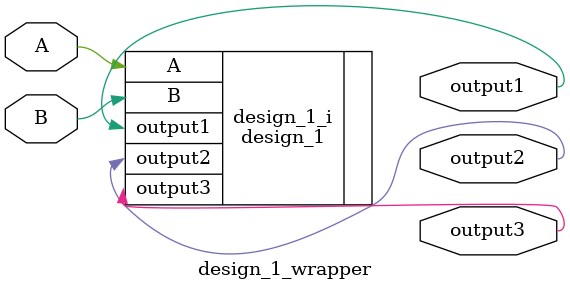
<source format=v>
`timescale 1 ps / 1 ps

module design_1_wrapper
   (A,
    B,
    output1,
    output2,
    output3);
  input A;
  input B;
  output [0:0]output1;
  output [0:0]output2;
  output output3;

  wire A;
  wire B;
  wire [0:0]output1;
  wire [0:0]output2;
  wire output3;

  design_1 design_1_i
       (.A(A),
        .B(B),
        .output1(output1),
        .output2(output2),
        .output3(output3));
endmodule

</source>
